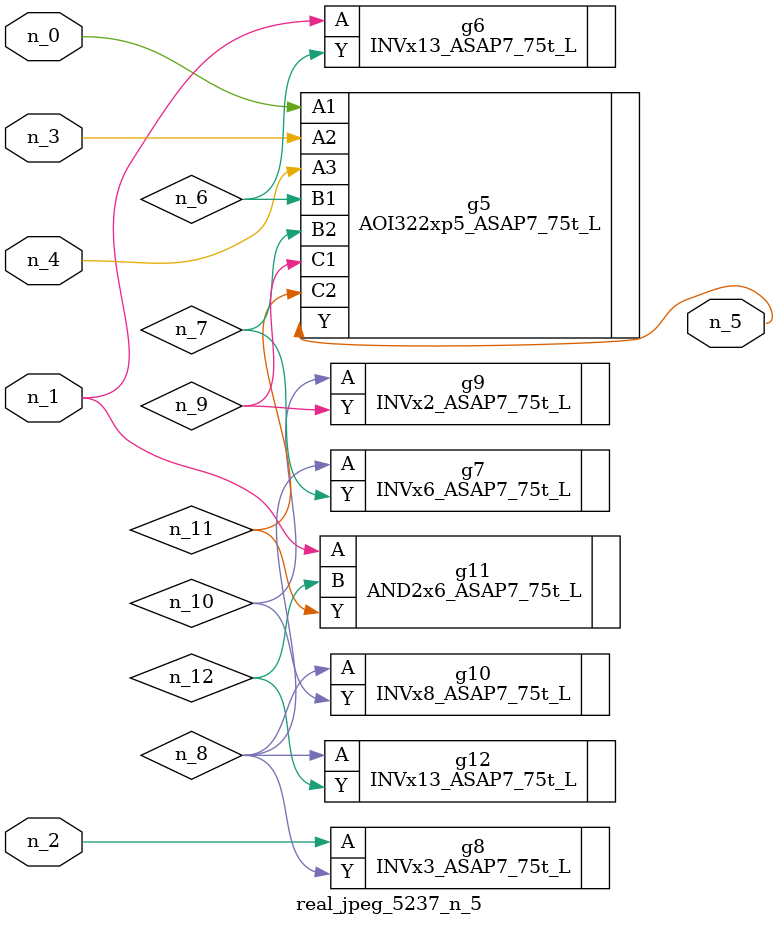
<source format=v>
module real_jpeg_5237_n_5 (n_4, n_0, n_1, n_2, n_3, n_5);

input n_4;
input n_0;
input n_1;
input n_2;
input n_3;

output n_5;

wire n_12;
wire n_8;
wire n_11;
wire n_6;
wire n_7;
wire n_10;
wire n_9;

AOI322xp5_ASAP7_75t_L g5 ( 
.A1(n_0),
.A2(n_3),
.A3(n_4),
.B1(n_6),
.B2(n_7),
.C1(n_9),
.C2(n_11),
.Y(n_5)
);

INVx13_ASAP7_75t_L g6 ( 
.A(n_1),
.Y(n_6)
);

AND2x6_ASAP7_75t_L g11 ( 
.A(n_1),
.B(n_12),
.Y(n_11)
);

INVx3_ASAP7_75t_L g8 ( 
.A(n_2),
.Y(n_8)
);

INVx6_ASAP7_75t_L g7 ( 
.A(n_8),
.Y(n_7)
);

INVx8_ASAP7_75t_L g10 ( 
.A(n_8),
.Y(n_10)
);

INVx13_ASAP7_75t_L g12 ( 
.A(n_8),
.Y(n_12)
);

INVx2_ASAP7_75t_L g9 ( 
.A(n_10),
.Y(n_9)
);


endmodule
</source>
